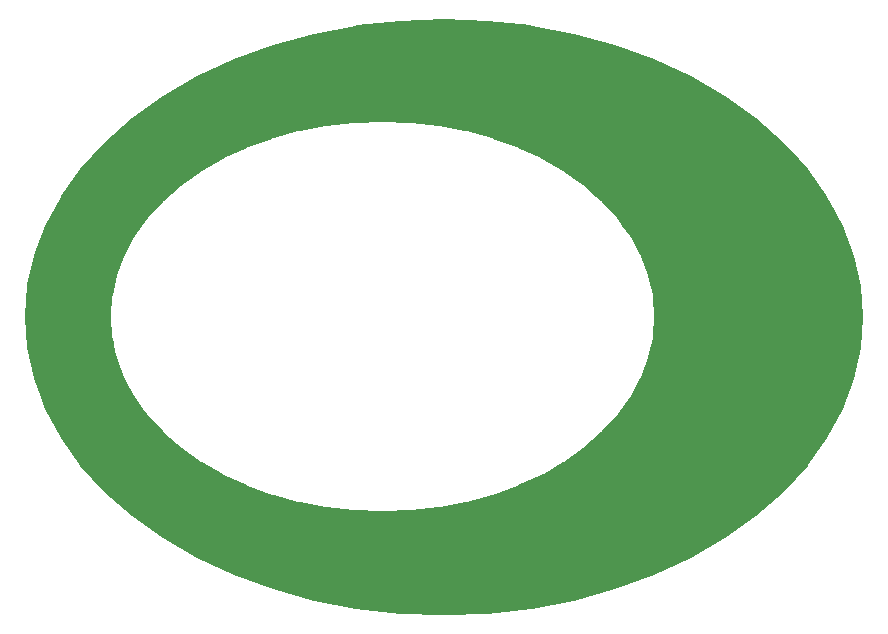
<source format=gbl>
G04 #@! TF.GenerationSoftware,KiCad,Pcbnew,9.0.2-9.0.2-0~ubuntu24.10.1*
G04 #@! TF.CreationDate,2025-05-11T12:44:46+02:00*
G04 #@! TF.ProjectId,vyhrivani_sekundar,76796872-6976-4616-9e69-5f73656b756e,rev?*
G04 #@! TF.SameCoordinates,Original*
G04 #@! TF.FileFunction,Copper,L2,Bot*
G04 #@! TF.FilePolarity,Positive*
%FSLAX46Y46*%
G04 Gerber Fmt 4.6, Leading zero omitted, Abs format (unit mm)*
G04 Created by KiCad (PCBNEW 9.0.2-9.0.2-0~ubuntu24.10.1) date 2025-05-11 12:44:46*
%MOMM*%
%LPD*%
G01*
G04 APERTURE LIST*
G04 #@! TA.AperFunction,ViaPad*
%ADD10C,0.600000*%
G04 #@! TD*
G04 APERTURE END LIST*
D10*
X86050000Y-42150000D03*
X61950000Y-44800000D03*
X39750000Y-64650000D03*
X44300000Y-65300000D03*
X95850000Y-70000000D03*
X70700000Y-84250000D03*
X45050000Y-63800000D03*
X44300000Y-64550000D03*
X108000000Y-58550000D03*
X87700000Y-47000000D03*
X45800000Y-66050000D03*
X45050000Y-64550000D03*
X83350000Y-86150000D03*
X64850000Y-43900000D03*
X44300000Y-63800000D03*
X39750000Y-63900000D03*
X45050000Y-65300000D03*
X39750000Y-66150000D03*
X44300000Y-66050000D03*
X59400000Y-81150000D03*
X45050000Y-66050000D03*
X90350000Y-73050000D03*
X45800000Y-65300000D03*
X39750000Y-65400000D03*
X45800000Y-63800000D03*
X45800000Y-64550000D03*
G04 #@! TA.AperFunction,Conductor*
G36*
X78034998Y-38068316D02*
G01*
X78044258Y-38069014D01*
X81718974Y-38485279D01*
X81728314Y-38486701D01*
X85320524Y-39175180D01*
X85329987Y-39177381D01*
X88799687Y-40130048D01*
X88809300Y-40133114D01*
X92117815Y-41338861D01*
X92127573Y-41342897D01*
X95238149Y-42787800D01*
X95248058Y-42792957D01*
X98126162Y-44460025D01*
X98136146Y-44466466D01*
X100750198Y-46336282D01*
X100760146Y-46344200D01*
X103081713Y-48394783D01*
X103091430Y-48404368D01*
X104342611Y-49782478D01*
X105095749Y-50612019D01*
X105104935Y-50623422D01*
X106670064Y-52820569D01*
X106771272Y-52962645D01*
X106779533Y-52975949D01*
X107021372Y-53426584D01*
X108091406Y-55420457D01*
X108098266Y-55435593D01*
X109043442Y-57958678D01*
X109048389Y-57975369D01*
X109618593Y-60550334D01*
X109621195Y-60568082D01*
X109811744Y-63168888D01*
X109811744Y-63187010D01*
X109621195Y-65787816D01*
X109618593Y-65805564D01*
X109048389Y-68380529D01*
X109043442Y-68397220D01*
X108098266Y-70920305D01*
X108091406Y-70935441D01*
X106779536Y-73379945D01*
X106771272Y-73393253D01*
X105104938Y-75732472D01*
X105095749Y-75743879D01*
X103091431Y-77951529D01*
X103081713Y-77961115D01*
X100760146Y-80011698D01*
X100750198Y-80019616D01*
X98136146Y-81889432D01*
X98126156Y-81895877D01*
X95248061Y-83562939D01*
X95238149Y-83568098D01*
X92127584Y-85012996D01*
X92117804Y-85017041D01*
X88809309Y-86222781D01*
X88799681Y-86225852D01*
X85330000Y-87178513D01*
X85320510Y-87180721D01*
X81728336Y-87869193D01*
X81718952Y-87870622D01*
X78044284Y-88286882D01*
X78034973Y-88287583D01*
X74318895Y-88426922D01*
X74309603Y-88426922D01*
X70593513Y-88287582D01*
X70584203Y-88286881D01*
X66909545Y-87870621D01*
X66900162Y-87869193D01*
X63307988Y-87180721D01*
X63298498Y-87178513D01*
X59828828Y-86225855D01*
X59819200Y-86222784D01*
X56510698Y-85017042D01*
X56500918Y-85012997D01*
X53390345Y-83568096D01*
X53380433Y-83562937D01*
X50502342Y-81895877D01*
X50492352Y-81889432D01*
X47878304Y-80019620D01*
X47868356Y-80011702D01*
X45546785Y-77961115D01*
X45537067Y-77951529D01*
X43532752Y-75743883D01*
X43523563Y-75732476D01*
X43452696Y-75632992D01*
X41857218Y-73393241D01*
X41848962Y-73379945D01*
X40537089Y-70935433D01*
X40530230Y-70920299D01*
X40173225Y-69967299D01*
X39585055Y-68397219D01*
X39580109Y-68380529D01*
X39570540Y-68337318D01*
X39009904Y-65805562D01*
X39007303Y-65787816D01*
X38816754Y-63186999D01*
X38816754Y-63168900D01*
X38821455Y-63104733D01*
X46111459Y-63104733D01*
X46112919Y-63124539D01*
X46112919Y-63142761D01*
X46111459Y-63162566D01*
X46117085Y-63192105D01*
X46118938Y-63206185D01*
X46236932Y-64806700D01*
X46237463Y-64813901D01*
X46235895Y-64850639D01*
X46242285Y-64879331D01*
X46242950Y-64888352D01*
X46242951Y-64888356D01*
X46244448Y-64908657D01*
X46244449Y-64908663D01*
X46254175Y-64936567D01*
X46258118Y-64950422D01*
X46493301Y-66006381D01*
X46612049Y-66539553D01*
X46615558Y-66575053D01*
X46626313Y-66603598D01*
X46628220Y-66612159D01*
X46628220Y-66612160D01*
X46632943Y-66633369D01*
X46645984Y-66658362D01*
X46652086Y-66672004D01*
X47234275Y-68217220D01*
X47237059Y-68224611D01*
X47244923Y-68257716D01*
X47260184Y-68285988D01*
X47263129Y-68293804D01*
X47263135Y-68293816D01*
X47271523Y-68316077D01*
X47286755Y-68337318D01*
X47295103Y-68350676D01*
X47315820Y-68389054D01*
X48100160Y-69842034D01*
X48104146Y-69849418D01*
X48115430Y-69879401D01*
X48135305Y-69907140D01*
X48139043Y-69914064D01*
X48139044Y-69914065D01*
X48151521Y-69937179D01*
X48151524Y-69937183D01*
X48167769Y-69954385D01*
X48178411Y-69967299D01*
X48866844Y-70928093D01*
X49202062Y-71395932D01*
X49215836Y-71422500D01*
X49240268Y-71449254D01*
X49244544Y-71455221D01*
X49244548Y-71455226D01*
X49261386Y-71478725D01*
X49277635Y-71492061D01*
X49290531Y-71504293D01*
X50510965Y-72840711D01*
X50517323Y-72847673D01*
X50532787Y-72870849D01*
X50561569Y-72896123D01*
X50566184Y-72901177D01*
X50587398Y-72924407D01*
X50587403Y-72924412D01*
X50602941Y-72934348D01*
X50617951Y-72945636D01*
X51112527Y-73379945D01*
X51723005Y-73916034D01*
X52034379Y-74189465D01*
X52050912Y-74209461D01*
X52083691Y-74232768D01*
X52088464Y-74236960D01*
X52088467Y-74236963D01*
X52107352Y-74253546D01*
X52113911Y-74259306D01*
X52128298Y-74266412D01*
X52145226Y-74276524D01*
X53736038Y-75407687D01*
X53753174Y-75424785D01*
X53789520Y-75445716D01*
X53794354Y-75449153D01*
X53794355Y-75449154D01*
X53823708Y-75470026D01*
X53823710Y-75470027D01*
X53823713Y-75470029D01*
X53823716Y-75470030D01*
X53836714Y-75474868D01*
X53855341Y-75483622D01*
X55603108Y-76490150D01*
X55620601Y-76504718D01*
X55659973Y-76522899D01*
X55664807Y-76525683D01*
X55664808Y-76525684D01*
X55697570Y-76544551D01*
X55697572Y-76544551D01*
X55697574Y-76544553D01*
X55697575Y-76544553D01*
X55697577Y-76544554D01*
X55709253Y-76547669D01*
X55729274Y-76554901D01*
X57615349Y-77425845D01*
X57633002Y-77438168D01*
X57674940Y-77453362D01*
X57679723Y-77455571D01*
X57679724Y-77455572D01*
X57679726Y-77455573D01*
X57715436Y-77472064D01*
X57715439Y-77472065D01*
X57715444Y-77472067D01*
X57725838Y-77473859D01*
X57746996Y-77479471D01*
X59750727Y-78205470D01*
X59768480Y-78215831D01*
X59812449Y-78227833D01*
X59855304Y-78243361D01*
X59864592Y-78244159D01*
X59886615Y-78248078D01*
X61986294Y-78821249D01*
X62004134Y-78829869D01*
X62049628Y-78838538D01*
X62094312Y-78850736D01*
X62102714Y-78850775D01*
X62125334Y-78852963D01*
X64297988Y-79266980D01*
X64315953Y-79274030D01*
X64362491Y-79279271D01*
X64408489Y-79288037D01*
X64416215Y-79287468D01*
X64439201Y-79287912D01*
X64440311Y-79288037D01*
X66660922Y-79538155D01*
X66679075Y-79543751D01*
X66726180Y-79545505D01*
X66773009Y-79550780D01*
X66780293Y-79549681D01*
X66803391Y-79548381D01*
X69049834Y-79632053D01*
X69068233Y-79636256D01*
X69115450Y-79634497D01*
X69162668Y-79636256D01*
X69169707Y-79634648D01*
X69192706Y-79631619D01*
X71439114Y-79547949D01*
X71457892Y-79550780D01*
X71504720Y-79545505D01*
X71551825Y-79543751D01*
X71558874Y-79541577D01*
X71581516Y-79536855D01*
X73803168Y-79286620D01*
X73822411Y-79288037D01*
X73868406Y-79279272D01*
X73914948Y-79274030D01*
X73922166Y-79271196D01*
X73944249Y-79264818D01*
X76116773Y-78850828D01*
X76136587Y-78850736D01*
X76181268Y-78838538D01*
X76226766Y-78829869D01*
X76234323Y-78826217D01*
X76255621Y-78818241D01*
X78355114Y-78245122D01*
X78375596Y-78243361D01*
X78418453Y-78227832D01*
X78462419Y-78215831D01*
X78470470Y-78211131D01*
X78490724Y-78201646D01*
X80494234Y-77475727D01*
X80515456Y-77472067D01*
X80555964Y-77453361D01*
X80597897Y-77438168D01*
X80606533Y-77432139D01*
X80625523Y-77421239D01*
X82511322Y-76550423D01*
X82533326Y-76544553D01*
X82570924Y-76522900D01*
X82610299Y-76504718D01*
X82619578Y-76496989D01*
X82637051Y-76484817D01*
X82756488Y-76416034D01*
X84384499Y-75478473D01*
X84407188Y-75470029D01*
X84441379Y-75445716D01*
X84477726Y-75424785D01*
X84487551Y-75414980D01*
X84503271Y-75401706D01*
X86093733Y-74270794D01*
X86116990Y-74259306D01*
X86147207Y-74232770D01*
X86179989Y-74209461D01*
X86190211Y-74197096D01*
X86203957Y-74182935D01*
X87620025Y-72939421D01*
X87643497Y-72924412D01*
X87669326Y-72896127D01*
X87698113Y-72870849D01*
X87708352Y-72855501D01*
X87719923Y-72840721D01*
X88946376Y-71497714D01*
X88969514Y-71478725D01*
X88990626Y-71449259D01*
X89015064Y-71422500D01*
X89024738Y-71403837D01*
X89034026Y-71388690D01*
X90057373Y-69960481D01*
X90079377Y-69937182D01*
X90095593Y-69907141D01*
X90115470Y-69879401D01*
X90123800Y-69857264D01*
X90130737Y-69842036D01*
X90382444Y-69375752D01*
X90939542Y-68343734D01*
X90959378Y-68316074D01*
X90970710Y-68285996D01*
X90985977Y-68257715D01*
X90992019Y-68232272D01*
X90996621Y-68217223D01*
X91581454Y-66664994D01*
X91597956Y-66633371D01*
X91604586Y-66603598D01*
X91615342Y-66575053D01*
X91615342Y-66575049D01*
X91615343Y-66575048D01*
X91618113Y-66547007D01*
X91620474Y-66532258D01*
X91974349Y-64943379D01*
X91986451Y-64908662D01*
X91988612Y-64879340D01*
X91995005Y-64850639D01*
X91993743Y-64821095D01*
X91993965Y-64806715D01*
X92112484Y-63199086D01*
X92119440Y-63162566D01*
X92117308Y-63133650D01*
X92119440Y-63104734D01*
X92113811Y-63075182D01*
X92111961Y-63061127D01*
X91993436Y-61453398D01*
X91995005Y-61416661D01*
X91988612Y-61387959D01*
X91986451Y-61358638D01*
X91976719Y-61330721D01*
X91972782Y-61316885D01*
X91618850Y-59727745D01*
X91615342Y-59692247D01*
X91604586Y-59663701D01*
X91597956Y-59633929D01*
X91584914Y-59608936D01*
X91578813Y-59595295D01*
X90996624Y-58050083D01*
X90996622Y-58050079D01*
X90993841Y-58042696D01*
X90985977Y-58009585D01*
X90970710Y-57981303D01*
X90959378Y-57951226D01*
X90944138Y-57929974D01*
X90935798Y-57916630D01*
X90130736Y-56425260D01*
X90130736Y-56425259D01*
X90126751Y-56417878D01*
X90115470Y-56387899D01*
X90095595Y-56360161D01*
X90091857Y-56353236D01*
X90091856Y-56353235D01*
X90079378Y-56330120D01*
X90079373Y-56330113D01*
X90063130Y-56312913D01*
X90052487Y-56299999D01*
X89422278Y-55420463D01*
X89028837Y-54871367D01*
X89015064Y-54844800D01*
X88990626Y-54818040D01*
X88986345Y-54812065D01*
X88969515Y-54788575D01*
X88953259Y-54775233D01*
X88940365Y-54763002D01*
X87719932Y-53426587D01*
X87713577Y-53419628D01*
X87698113Y-53396451D01*
X87669326Y-53371172D01*
X87643497Y-53342888D01*
X87643496Y-53342887D01*
X87627958Y-53332951D01*
X87612943Y-53321659D01*
X87211389Y-52969036D01*
X86196521Y-52077834D01*
X86179989Y-52057839D01*
X86147210Y-52034531D01*
X86142425Y-52030329D01*
X86142424Y-52030327D01*
X86123378Y-52013603D01*
X86116990Y-52007994D01*
X86116983Y-52007990D01*
X86116981Y-52007989D01*
X86102606Y-52000888D01*
X86085674Y-51990774D01*
X84494858Y-50859610D01*
X84477726Y-50842515D01*
X84441379Y-50821583D01*
X84436543Y-50818144D01*
X84436542Y-50818143D01*
X84425744Y-50810465D01*
X84407188Y-50797271D01*
X84394173Y-50792427D01*
X84375551Y-50783673D01*
X82637047Y-49782479D01*
X82637047Y-49782478D01*
X82627785Y-49777144D01*
X82610299Y-49762582D01*
X82570924Y-49744399D01*
X82554602Y-49734999D01*
X82533326Y-49722746D01*
X82521638Y-49719628D01*
X82501623Y-49712397D01*
X80625526Y-48846060D01*
X80615545Y-48841451D01*
X80597897Y-48829132D01*
X80555964Y-48813938D01*
X80515456Y-48795233D01*
X80515454Y-48795232D01*
X80515451Y-48795231D01*
X80505059Y-48793439D01*
X80483899Y-48787827D01*
X78490731Y-48065655D01*
X78480169Y-48061828D01*
X78462419Y-48051469D01*
X78418458Y-48039468D01*
X78413724Y-48037753D01*
X78413722Y-48037752D01*
X78375599Y-48023939D01*
X78375591Y-48023938D01*
X78366296Y-48023138D01*
X78344277Y-48019218D01*
X76255618Y-47449057D01*
X76244605Y-47446050D01*
X76226766Y-47437431D01*
X76181271Y-47428761D01*
X76176591Y-47427484D01*
X76176589Y-47427483D01*
X76136591Y-47416565D01*
X76136590Y-47416564D01*
X76136587Y-47416564D01*
X76136436Y-47416563D01*
X76128176Y-47416524D01*
X76105558Y-47414333D01*
X73944255Y-47002481D01*
X73944254Y-47002481D01*
X73932912Y-47000319D01*
X73914948Y-46993270D01*
X73868406Y-46988027D01*
X73822411Y-46979263D01*
X73822408Y-46979263D01*
X73822407Y-46979263D01*
X73814674Y-46979832D01*
X73791698Y-46979387D01*
X71581520Y-46730444D01*
X71581520Y-46730443D01*
X71569970Y-46729142D01*
X71551825Y-46723549D01*
X71504720Y-46721794D01*
X71500103Y-46721274D01*
X71500102Y-46721273D01*
X71467650Y-46717619D01*
X71457892Y-46716520D01*
X71457890Y-46716520D01*
X71457889Y-46716520D01*
X71450595Y-46717619D01*
X71427507Y-46718917D01*
X69192705Y-46635679D01*
X69181063Y-46635245D01*
X69162668Y-46631044D01*
X69115451Y-46632801D01*
X69110835Y-46632630D01*
X69110834Y-46632629D01*
X69072045Y-46631185D01*
X69068233Y-46631044D01*
X69068232Y-46631044D01*
X69068230Y-46631044D01*
X69061186Y-46632653D01*
X69038194Y-46635679D01*
X66803393Y-46718916D01*
X66803394Y-46718917D01*
X66791781Y-46719349D01*
X66773009Y-46716520D01*
X66726203Y-46721791D01*
X66721540Y-46721965D01*
X66721539Y-46721966D01*
X66679080Y-46723548D01*
X66679072Y-46723549D01*
X66672016Y-46725724D01*
X66649381Y-46730443D01*
X64439200Y-46979386D01*
X64439201Y-46979387D01*
X64427730Y-46980678D01*
X64408489Y-46979263D01*
X64362499Y-46988026D01*
X64357806Y-46988555D01*
X64357804Y-46988555D01*
X64343198Y-46990201D01*
X64315952Y-46993270D01*
X64315949Y-46993271D01*
X64308724Y-46996106D01*
X64286649Y-47002479D01*
X62125340Y-47414333D01*
X62114119Y-47416471D01*
X62094312Y-47416564D01*
X62049648Y-47428755D01*
X62044880Y-47429664D01*
X62044862Y-47429669D01*
X62004134Y-47437430D01*
X61996569Y-47441086D01*
X61975284Y-47449055D01*
X59886619Y-48019218D01*
X59875777Y-48022177D01*
X59855304Y-48023939D01*
X59812457Y-48039462D01*
X59807596Y-48040790D01*
X59807594Y-48040789D01*
X59768487Y-48051466D01*
X59768478Y-48051469D01*
X59760420Y-48056172D01*
X59740168Y-48065654D01*
X57746997Y-48787826D01*
X57746998Y-48787827D01*
X57736660Y-48791572D01*
X57715444Y-48795233D01*
X57674957Y-48813928D01*
X57669988Y-48815729D01*
X57669981Y-48815733D01*
X57633001Y-48829132D01*
X57632996Y-48829134D01*
X57624352Y-48835168D01*
X57605370Y-48846061D01*
X55729272Y-49712398D01*
X55729271Y-49712397D01*
X55719564Y-49716879D01*
X55697574Y-49722747D01*
X55659993Y-49744388D01*
X55654927Y-49746728D01*
X55654921Y-49746732D01*
X55620600Y-49762581D01*
X55620596Y-49762584D01*
X55611314Y-49770314D01*
X55593850Y-49782480D01*
X53855344Y-50783674D01*
X53855343Y-50783673D01*
X53846388Y-50788829D01*
X53823713Y-50797271D01*
X53789543Y-50821567D01*
X53784407Y-50824525D01*
X53784388Y-50824538D01*
X53753174Y-50842515D01*
X53743348Y-50852319D01*
X53727626Y-50865593D01*
X52145228Y-51990773D01*
X52145227Y-51990772D01*
X52137156Y-51996510D01*
X52113911Y-52007994D01*
X52083710Y-52034513D01*
X52078522Y-52038203D01*
X52078514Y-52038211D01*
X52050911Y-52057838D01*
X52040681Y-52070211D01*
X52026940Y-52084365D01*
X50617955Y-53321659D01*
X50610869Y-53327880D01*
X50587403Y-53342888D01*
X50561584Y-53371159D01*
X50556449Y-53375669D01*
X50556443Y-53375676D01*
X50532792Y-53396445D01*
X50532784Y-53396454D01*
X50522547Y-53411796D01*
X50510968Y-53426584D01*
X49290531Y-54763005D01*
X49284519Y-54769588D01*
X49261386Y-54788575D01*
X49240277Y-54818034D01*
X49235324Y-54823458D01*
X49235322Y-54823461D01*
X49215836Y-54844799D01*
X49215835Y-54844800D01*
X49206161Y-54863460D01*
X49196874Y-54878606D01*
X48178411Y-56300000D01*
X48178410Y-56300001D01*
X48173522Y-56306821D01*
X48151523Y-56330118D01*
X48135312Y-56360145D01*
X48130730Y-56366541D01*
X48130726Y-56366549D01*
X48115429Y-56387899D01*
X48115428Y-56387900D01*
X48107098Y-56410035D01*
X48100163Y-56425259D01*
X47295102Y-57916625D01*
X47295101Y-57916624D01*
X47291349Y-57923574D01*
X47271522Y-57951225D01*
X47260190Y-57981298D01*
X47256221Y-57988652D01*
X47256219Y-57988657D01*
X47244923Y-58009582D01*
X47244923Y-58009583D01*
X47238881Y-58035020D01*
X47234275Y-58050079D01*
X46652084Y-59595299D01*
X46652084Y-59595300D01*
X46649445Y-59602305D01*
X46632944Y-59633929D01*
X46626314Y-59663692D01*
X46623224Y-59671896D01*
X46623224Y-59671898D01*
X46615559Y-59692242D01*
X46615557Y-59692253D01*
X46612784Y-59720303D01*
X46610420Y-59735060D01*
X46258119Y-61316872D01*
X46256548Y-61323923D01*
X46244449Y-61358638D01*
X46242287Y-61387947D01*
X46240323Y-61396769D01*
X46240323Y-61396775D01*
X46235894Y-61416662D01*
X46235894Y-61416664D01*
X46237155Y-61446191D01*
X46236932Y-61460596D01*
X46118938Y-63061115D01*
X46117085Y-63075194D01*
X46111459Y-63104733D01*
X38821455Y-63104733D01*
X39007303Y-60568077D01*
X39009905Y-60550334D01*
X39040189Y-60413577D01*
X39580110Y-57975363D01*
X39585056Y-57958678D01*
X39600810Y-57916624D01*
X40530233Y-55435590D01*
X40537086Y-55420471D01*
X41848969Y-52975940D01*
X41857214Y-52962664D01*
X43523571Y-50623411D01*
X43532743Y-50612026D01*
X45537076Y-48404359D01*
X45546775Y-48394792D01*
X47868362Y-46344191D01*
X47878297Y-46336282D01*
X50492366Y-44466456D01*
X50502326Y-44460030D01*
X53380445Y-42792954D01*
X53390334Y-42787807D01*
X56500937Y-41342893D01*
X56510679Y-41338863D01*
X59819213Y-40133109D01*
X59828819Y-40130046D01*
X63298517Y-39177380D01*
X63307968Y-39175181D01*
X66900188Y-38486700D01*
X66909520Y-38485279D01*
X70584230Y-38069014D01*
X70593486Y-38068317D01*
X74309609Y-37928976D01*
X74318889Y-37928976D01*
X78034998Y-38068316D01*
G37*
G04 #@! TD.AperFunction*
M02*

</source>
